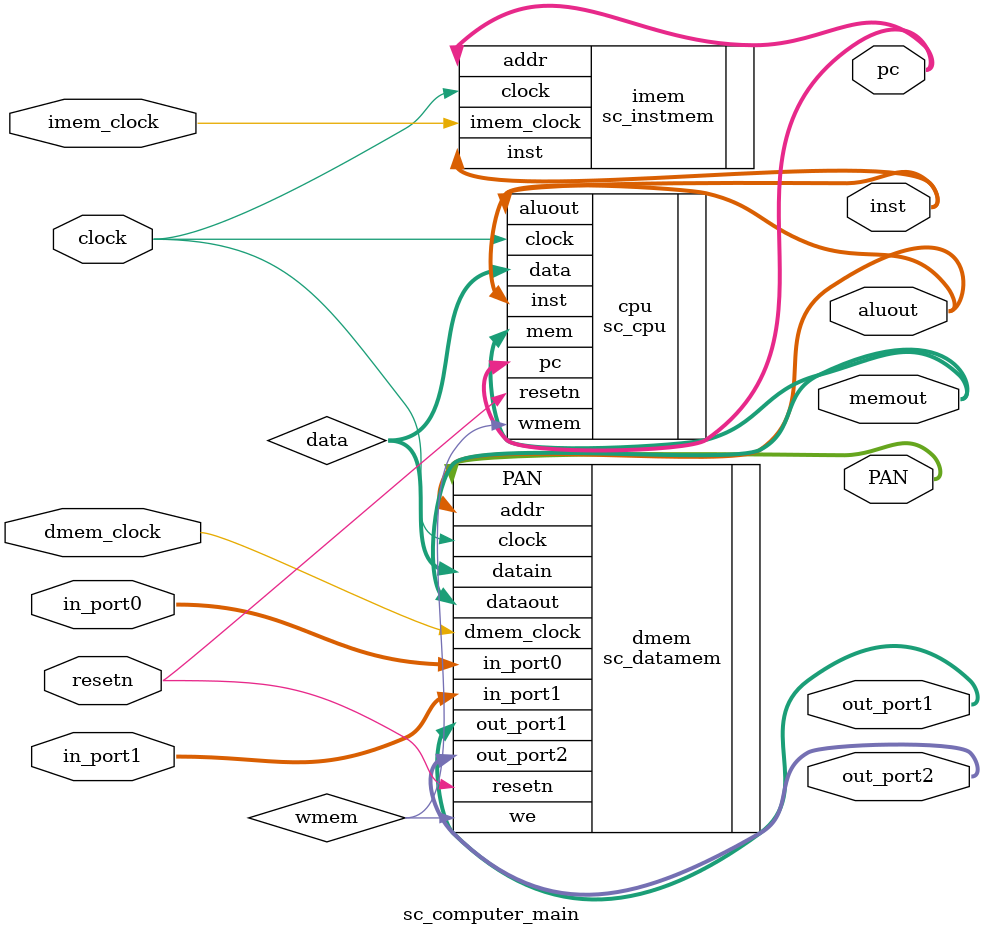
<source format=v>

module sc_computer_main (
	resetn,clock,imem_clock,dmem_clock,pc,inst,aluout,memout,
	PAN,out_port1,out_port2,in_port0,in_port1);
   
   input resetn,clock,imem_clock,dmem_clock;
   input [31:0] in_port0,in_port1;
   output [31:0] pc,inst,aluout,memout;
   output [31:0] PAN,out_port1,out_port2;
   wire   [31:0] data;
   wire          wmem; // all these "wire"s are used to connect or interface the cpu,dmem,imem and so on.
   
   //sc_cpu , CPU module. add here
   sc_cpu cpu(
   .clock(clock),
   .resetn(resetn),
   .inst(inst),
   .mem(memout),
   .pc(pc),
   .wmem(wmem),
   .aluout(aluout),
   .data(data)
   );

   //sc_instmem  , instruction memory.add here
    sc_instmem imem(
    .addr(pc),
    .inst(inst),
    .clock(clock),
    .imem_clock(imem_clock)
    );

   //sc_datamem   data memory and IO module.add here
    sc_datamem dmem (
    .resetn(resetn),
	.addr(aluout),
	.datain(data),
	.we(wmem),
	.dataout(memout),
	.clock(clock),
	.dmem_clock(dmem_clock),	
	.PAN(PAN),
	.out_port1(out_port1),
	.out_port2(out_port2),
	.in_port0(in_port0),
	.in_port1(in_port1)
    );


endmodule
</source>
